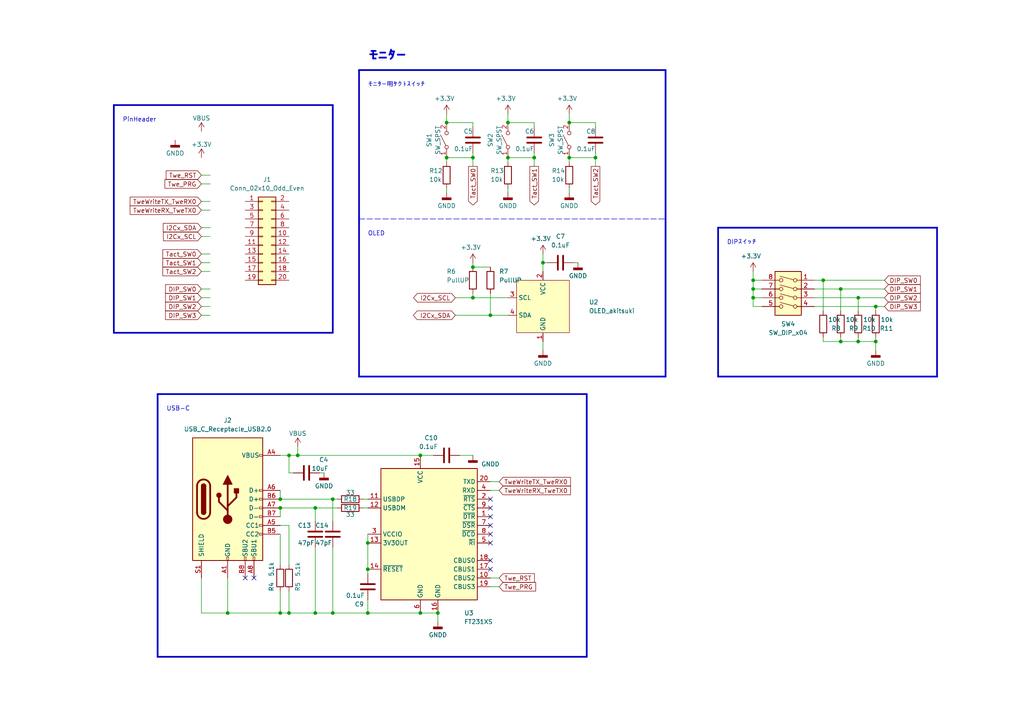
<source format=kicad_sch>
(kicad_sch (version 20230121) (generator eeschema)
  (paper "A4")
  (lib_symbols
    (symbol "Connector:USB_C_Receptacle_USB2.0" (pin_names (offset 1.016))
      (property "Reference" "J4" (at 0 22.86 0))
      (property "Value" "USB_C_Receptacle_USB2.0" (at 0 20.32 0))
      (symbol "USB_C_Receptacle_USB2.0_0_0"
        (rectangle (start -0.254 -17.78) (end 0.254 -16.764))
        (rectangle (start 5.334 -17.78) (end 4.826 -16.764))
        (rectangle (start 7.874 -17.78) (end 7.366 -16.764))
        (rectangle (start 10.16 -9.906) (end 9.144 -10.414))
        (rectangle (start 10.16 -7.366) (end 9.144 -7.874))
        (rectangle (start 10.16 -4.826) (end 9.144 -5.334))
        (rectangle (start 10.16 -2.286) (end 9.144 -2.794))
        (rectangle (start 10.16 0.254) (end 9.144 -0.254))
        (rectangle (start 10.16 2.794) (end 9.144 2.286))
        (rectangle (start 10.16 12.954) (end 9.144 12.446))
      )
      (symbol "USB_C_Receptacle_USB2.0_0_1"
        (rectangle (start -10.16 17.78) (end 10.16 -17.78) (stroke (width 0.254)) (fill (type background)))
        (arc (start -8.89 -3.81) (mid -6.985 -5.7066) (end -5.08 -3.81) (stroke (width 0.508)))
        (arc (start -7.62 -3.81) (mid -6.985 -4.4422) (end -6.35 -3.81) (stroke (width 0.254)))
        (arc (start -7.62 -3.81) (mid -6.985 -4.4422) (end -6.35 -3.81) (stroke (width 0.254)) (fill (type outline)))
        (rectangle (start -7.62 -3.81) (end -6.35 3.81) (stroke (width 0.254)) (fill (type outline)))
        (arc (start -6.35 3.81) (mid -6.985 4.4422) (end -7.62 3.81) (stroke (width 0.254)))
        (arc (start -6.35 3.81) (mid -6.985 4.4422) (end -7.62 3.81) (stroke (width 0.254)) (fill (type outline)))
        (arc (start -5.08 3.81) (mid -6.985 5.7066) (end -8.89 3.81) (stroke (width 0.508)))
        (circle (center -2.54 1.143) (radius 0.635) (stroke (width 0.254)) (fill (type outline)))
        (circle (center 0 -5.842) (radius 1.27) (fill (type outline)))
        (polyline (pts (xy -8.89 -3.81) (xy -8.89 3.81)) (stroke (width 0.508)))
        (polyline (pts (xy -5.08 3.81) (xy -5.08 -3.81)) (stroke (width 0.508)))
        (polyline (pts (xy 0 -5.842) (xy 0 4.318)) (stroke (width 0.508)))
        (polyline (pts (xy 0 -3.302) (xy -2.54 -0.762) (xy -2.54 0.508)) (stroke (width 0.508)))
        (polyline (pts (xy 0 -2.032) (xy 2.54 0.508) (xy 2.54 1.778)) (stroke (width 0.508)))
        (polyline (pts (xy -1.27 4.318) (xy 0 6.858) (xy 1.27 4.318) (xy -1.27 4.318)) (stroke (width 0.254)) (fill (type outline)))
        (rectangle (start 1.905 1.778) (end 3.175 3.048) (stroke (width 0.254)) (fill (type outline)))
      )
      (symbol "USB_C_Receptacle_USB2.0_1_1"
        (pin passive line (at 0 -22.86 90) (length 5.08) (name "GND") (number "A1"))
        (pin passive line (at 0 -22.86 90) (length 5.08) hide (name "GND") (number "A12"))
        (pin passive line (at 15.24 12.7 180) (length 5.08) (name "VBUS") (number "A4"))
        (pin bidirectional line (at 15.24 -7.62 180) (length 5.08) (name "CC1") (number "A5"))
        (pin bidirectional line (at 15.24 2.54 180) (length 5.08) (name "D+") (number "A6"))
        (pin bidirectional line (at 15.24 -2.54 180) (length 5.08) (name "D-") (number "A7"))
        (pin bidirectional line (at 7.62 -22.86 90) (length 5.08) (name "SBU1") (number "A8"))
        (pin passive line (at 15.24 12.7 180) (length 5.08) hide (name "VBUS") (number "A9"))
        (pin passive line (at 0 -22.86 90) (length 5.08) hide (name "GND") (number "B1"))
        (pin passive line (at 0 -22.86 90) (length 5.08) hide (name "GND") (number "B12"))
        (pin passive line (at 15.24 12.7 180) (length 5.08) hide (name "VBUS") (number "B4"))
        (pin bidirectional line (at 15.24 -10.16 180) (length 5.08) (name "CC2") (number "B5"))
        (pin bidirectional line (at 15.24 0 180) (length 5.08) (name "D+") (number "B6"))
        (pin bidirectional line (at 15.24 -5.08 180) (length 5.08) (name "D-") (number "B7"))
        (pin bidirectional line (at 5.08 -22.86 90) (length 5.08) (name "SBU2") (number "B8"))
        (pin passive line (at 15.24 12.7 180) (length 5.08) hide (name "VBUS") (number "B9"))
        (pin passive line (at -7.62 -22.86 90) (length 5.08) (name "SHIELD") (number "S1"))
      )
    )
    (symbol "Connector_Generic:Conn_02x10_Odd_Even" (pin_names (offset 1.016) hide)
      (property "Reference" "J" (at 1.27 12.7 0))
      (property "Value" "Conn_02x10_Odd_Even" (at 1.27 -15.24 0))
      (symbol "Conn_02x10_Odd_Even_1_1"
        (rectangle (start -1.27 -12.573) (end 0 -12.827) (stroke (width 0.1524)))
        (rectangle (start -1.27 -10.033) (end 0 -10.287) (stroke (width 0.1524)))
        (rectangle (start -1.27 -7.493) (end 0 -7.747) (stroke (width 0.1524)))
        (rectangle (start -1.27 -4.953) (end 0 -5.207) (stroke (width 0.1524)))
        (rectangle (start -1.27 -2.413) (end 0 -2.667) (stroke (width 0.1524)))
        (rectangle (start -1.27 0.127) (end 0 -0.127) (stroke (width 0.1524)))
        (rectangle (start -1.27 2.667) (end 0 2.413) (stroke (width 0.1524)))
        (rectangle (start -1.27 5.207) (end 0 4.953) (stroke (width 0.1524)))
        (rectangle (start -1.27 7.747) (end 0 7.493) (stroke (width 0.1524)))
        (rectangle (start -1.27 10.287) (end 0 10.033) (stroke (width 0.1524)))
        (rectangle (start -1.27 11.43) (end 3.81 -13.97) (stroke (width 0.254)) (fill (type background)))
        (rectangle (start 3.81 -12.573) (end 2.54 -12.827) (stroke (width 0.1524)))
        (rectangle (start 3.81 -10.033) (end 2.54 -10.287) (stroke (width 0.1524)))
        (rectangle (start 3.81 -7.493) (end 2.54 -7.747) (stroke (width 0.1524)))
        (rectangle (start 3.81 -4.953) (end 2.54 -5.207) (stroke (width 0.1524)))
        (rectangle (start 3.81 -2.413) (end 2.54 -2.667) (stroke (width 0.1524)))
        (rectangle (start 3.81 0.127) (end 2.54 -0.127) (stroke (width 0.1524)))
        (rectangle (start 3.81 2.667) (end 2.54 2.413) (stroke (width 0.1524)))
        (rectangle (start 3.81 5.207) (end 2.54 4.953) (stroke (width 0.1524)))
        (rectangle (start 3.81 7.747) (end 2.54 7.493) (stroke (width 0.1524)))
        (rectangle (start 3.81 10.287) (end 2.54 10.033) (stroke (width 0.1524)))
        (pin passive line (at -5.08 10.16 0) (length 3.81) (name "Pin_1") (number "1"))
        (pin passive line (at 7.62 0 180) (length 3.81) (name "Pin_10") (number "10"))
        (pin passive line (at -5.08 -2.54 0) (length 3.81) (name "Pin_11") (number "11"))
        (pin passive line (at 7.62 -2.54 180) (length 3.81) (name "Pin_12") (number "12"))
        (pin passive line (at -5.08 -5.08 0) (length 3.81) (name "Pin_13") (number "13"))
        (pin passive line (at 7.62 -5.08 180) (length 3.81) (name "Pin_14") (number "14"))
        (pin passive line (at -5.08 -7.62 0) (length 3.81) (name "Pin_15") (number "15"))
        (pin passive line (at 7.62 -7.62 180) (length 3.81) (name "Pin_16") (number "16"))
        (pin passive line (at -5.08 -10.16 0) (length 3.81) (name "Pin_17") (number "17"))
        (pin passive line (at 7.62 -10.16 180) (length 3.81) (name "Pin_18") (number "18"))
        (pin passive line (at -5.08 -12.7 0) (length 3.81) (name "Pin_19") (number "19"))
        (pin passive line (at 7.62 10.16 180) (length 3.81) (name "Pin_2") (number "2"))
        (pin passive line (at 7.62 -12.7 180) (length 3.81) (name "Pin_20") (number "20"))
        (pin passive line (at -5.08 7.62 0) (length 3.81) (name "Pin_3") (number "3"))
        (pin passive line (at 7.62 7.62 180) (length 3.81) (name "Pin_4") (number "4"))
        (pin passive line (at -5.08 5.08 0) (length 3.81) (name "Pin_5") (number "5"))
        (pin passive line (at 7.62 5.08 180) (length 3.81) (name "Pin_6") (number "6"))
        (pin passive line (at -5.08 2.54 0) (length 3.81) (name "Pin_7") (number "7"))
        (pin passive line (at 7.62 2.54 180) (length 3.81) (name "Pin_8") (number "8"))
        (pin passive line (at -5.08 0 0) (length 3.81) (name "Pin_9") (number "9"))
      )
    )
    (symbol "Device:C" (pin_numbers hide) (pin_names (offset 0.254))
      (property "Reference" "C" (at 0.635 2.54 0))
      (property "Value" "C" (at 0.635 -2.54 0))
      (symbol "C_0_1"
        (polyline (pts (xy -2.032 -0.762) (xy 2.032 -0.762)) (stroke (width 0.508)))
        (polyline (pts (xy -2.032 0.762) (xy 2.032 0.762)) (stroke (width 0.508)))
      )
      (symbol "C_1_1"
        (pin passive line (at 0 3.81 270) (length 2.794) (name "~") (number "1"))
        (pin passive line (at 0 -3.81 90) (length 2.794) (name "~") (number "2"))
      )
    )
    (symbol "Device:R" (pin_numbers hide) (pin_names (offset 0))
      (property "Reference" "R" (at 2.032 0 90))
      (property "Value" "R" (at 0 0 90))
      (symbol "R_0_1"
        (rectangle (start -1.016 -2.54) (end 1.016 2.54) (stroke (width 0.254)))
      )
      (symbol "R_1_1"
        (pin passive line (at 0 3.81 270) (length 1.27) (name "~") (number "1"))
        (pin passive line (at 0 -3.81 90) (length 1.27) (name "~") (number "2"))
      )
    )
    (symbol "Interface_USB:FT231XS"
      (property "Reference" "U3" (at 10.16 -22.86 0))
      (property "Value" "FT231XS" (at 10.16 -25.4 0))
      (symbol "FT231XS_0_1"
        (rectangle (start -13.97 19.05) (end 13.97 -19.05) (stroke (width 0.254)) (fill (type background)))
      )
      (symbol "FT231XS_1_1"
        (pin output line (at 17.78 5.08 180) (length 3.81) (name "~{DTR}") (number "1"))
        (pin bidirectional line (at 17.78 -12.7 180) (length 3.81) (name "CBUS2") (number "10"))
        (pin bidirectional line (at -17.78 10.16 0) (length 3.81) (name "USBDP") (number "11"))
        (pin bidirectional line (at -17.78 7.62 0) (length 3.81) (name "USBDM") (number "12"))
        (pin power_out line (at -17.78 -2.54 0) (length 3.81) (name "3V3OUT") (number "13"))
        (pin input line (at -17.78 -10.16 0) (length 3.81) (name "~{RESET}") (number "14"))
        (pin power_in line (at -2.54 22.86 270) (length 3.81) (name "VCC") (number "15"))
        (pin power_in line (at 2.54 -22.86 90) (length 3.81) (name "GND") (number "16"))
        (pin bidirectional line (at 17.78 -10.16 180) (length 3.81) (name "CBUS1") (number "17"))
        (pin bidirectional line (at 17.78 -7.62 180) (length 3.81) (name "CBUS0") (number "18"))
        (pin bidirectional line (at 17.78 -15.24 180) (length 3.81) (name "CBUS3") (number "19"))
        (pin output line (at 17.78 10.16 180) (length 3.81) (name "~{RTS}") (number "2"))
        (pin output line (at 17.78 15.24 180) (length 3.81) (name "TXD") (number "20"))
        (pin power_in line (at -17.78 0 0) (length 3.81) (name "VCCIO") (number "3"))
        (pin input line (at 17.78 12.7 180) (length 3.81) (name "RXD") (number "4"))
        (pin input line (at 17.78 -2.54 180) (length 3.81) (name "~{RI}") (number "5"))
        (pin power_in line (at -2.54 -22.86 90) (length 3.81) (name "GND") (number "6"))
        (pin input line (at 17.78 2.54 180) (length 3.81) (name "~{DSR}") (number "7"))
        (pin input line (at 17.78 0 180) (length 3.81) (name "~{DCD}") (number "8"))
        (pin input line (at 17.78 7.62 180) (length 3.81) (name "~{CTS}") (number "9"))
      )
    )
    (symbol "OLED_akitsuki_1"
      (property "Reference" "U" (at 3.81 13.97 0))
      (property "Value" "OLED_akitsuki_1" (at 8.89 11.43 0))
      (symbol "OLED_akitsuki_1_0_1"
        (rectangle (start -7.62 7.62) (end 7.62 -7.62) (fill (type background)))
      )
      (symbol "OLED_akitsuki_1_1_1"
        (pin bidirectional line (at 0 -10.16 90) (length 2.54) (name "GND") (number "1"))
        (pin power_in line (at 0 10.16 270) (length 2.54) (name "VCC") (number "2"))
        (pin bidirectional line (at -10.16 2.54 0) (length 2.54) (name "SCL") (number "3"))
        (pin bidirectional line (at -10.16 -2.54 0) (length 2.54) (name "SDA") (number "4"))
      )
    )
    (symbol "Switch:SW_DIP_x04" (pin_names (offset 0) hide)
      (property "Reference" "SW" (at 0 8.89 0))
      (property "Value" "SW_DIP_x04" (at 0 -6.35 0))
      (symbol "SW_DIP_x04_0_0"
        (circle (center -2.032 -2.54) (radius 0.508))
        (circle (center -2.032 0) (radius 0.508))
        (circle (center -2.032 2.54) (radius 0.508))
        (circle (center -2.032 5.08) (radius 0.508))
        (polyline (pts (xy -1.524 -2.3876) (xy 2.3622 -1.3462)))
        (polyline (pts (xy -1.524 0.127) (xy 2.3622 1.1684)))
        (polyline (pts (xy -1.524 2.667) (xy 2.3622 3.7084)))
        (polyline (pts (xy -1.524 5.207) (xy 2.3622 6.2484)))
        (circle (center 2.032 -2.54) (radius 0.508))
        (circle (center 2.032 0) (radius 0.508))
        (circle (center 2.032 2.54) (radius 0.508))
        (circle (center 2.032 5.08) (radius 0.508))
      )
      (symbol "SW_DIP_x04_0_1"
        (rectangle (start -3.81 7.62) (end 3.81 -5.08) (stroke (width 0.254)) (fill (type background)))
      )
      (symbol "SW_DIP_x04_1_1"
        (pin passive line (at -7.62 5.08 0) (length 5.08) (name "~") (number "1"))
        (pin passive line (at -7.62 2.54 0) (length 5.08) (name "~") (number "2"))
        (pin passive line (at -7.62 0 0) (length 5.08) (name "~") (number "3"))
        (pin passive line (at -7.62 -2.54 0) (length 5.08) (name "~") (number "4"))
        (pin passive line (at 7.62 -2.54 180) (length 5.08) (name "~") (number "5"))
        (pin passive line (at 7.62 0 180) (length 5.08) (name "~") (number "6"))
        (pin passive line (at 7.62 2.54 180) (length 5.08) (name "~") (number "7"))
        (pin passive line (at 7.62 5.08 180) (length 5.08) (name "~") (number "8"))
      )
    )
    (symbol "Switch:SW_SPST" (pin_names (offset 0) hide)
      (property "Reference" "SW" (at 0 3.175 0))
      (property "Value" "SW_SPST" (at 0 -2.54 0))
      (symbol "SW_SPST_0_0"
        (circle (center -2.032 0) (radius 0.508))
        (polyline (pts (xy -1.524 0.254) (xy 1.524 1.778)))
        (circle (center 2.032 0) (radius 0.508))
      )
      (symbol "SW_SPST_1_1"
        (pin passive line (at -5.08 0 0) (length 2.54) (name "A") (number "1"))
        (pin passive line (at 5.08 0 180) (length 2.54) (name "B") (number "2"))
      )
    )
    (symbol "power:+3.3V" (power) (pin_names (offset 0))
      (property "Value" "+3.3V" (at 0 3.556 0))
      (symbol "+3.3V_0_1"
        (polyline (pts (xy -0.762 1.27) (xy 0 2.54)))
        (polyline (pts (xy 0 0) (xy 0 2.54)))
        (polyline (pts (xy 0 2.54) (xy 0.762 1.27)))
      )
      (symbol "+3.3V_1_1"
        (pin power_in line (at 0 0 90) (length 0) hide (name "+3.3V") (number "1"))
      )
    )
    (symbol "power:GNDD" (power) (pin_names (offset 0))
      (property "Value" "GNDD" (at 0 -3.175 0))
      (symbol "GNDD_0_1"
        (rectangle (start -1.27 -1.524) (end 1.27 -2.032) (stroke (width 0.254)) (fill (type outline)))
        (polyline (pts (xy 0 0) (xy 0 -1.524)))
      )
      (symbol "GNDD_1_1"
        (pin power_in line (at 0 0 270) (length 0) hide (name "GNDD") (number "1"))
      )
    )
    (symbol "power:VBUS" (power) (pin_names (offset 0))
      (property "Value" "VBUS" (at 0 3.81 0))
      (symbol "VBUS_0_1"
        (polyline (pts (xy -0.762 1.27) (xy 0 2.54)))
        (polyline (pts (xy 0 0) (xy 0 2.54)))
        (polyline (pts (xy 0 2.54) (xy 0.762 1.27)))
      )
      (symbol "VBUS_1_1"
        (pin power_in line (at 0 0 90) (length 0) hide (name "VBUS") (number "1"))
      )
    )
  )
  (junction (at 121.92 132.08))
  (junction (at 66.04 177.8))
  (junction (at 81.28 147.32))
  (junction (at 218.44 83.82))
  (junction (at 121.92 177.8))
  (junction (at 106.68 177.8))
  (junction (at 81.28 177.8))
  (junction (at 248.92 86.36))
  (junction (at 83.82 132.08))
  (junction (at 243.84 99.06))
  (junction (at 106.68 165.1))
  (junction (at 137.16 86.36))
  (junction (at 243.84 83.82))
  (junction (at 248.92 99.06))
  (junction (at 129.54 35.56))
  (junction (at 127 177.8))
  (junction (at 142.24 91.44))
  (junction (at 218.44 81.28))
  (junction (at 154.94 45.72))
  (junction (at 165.1 35.56))
  (junction (at 106.68 157.48))
  (junction (at 96.52 144.78))
  (junction (at 254 88.9))
  (junction (at 91.44 177.8))
  (junction (at 165.1 45.72))
  (junction (at 86.36 132.08))
  (junction (at 81.28 144.78))
  (junction (at 137.16 77.47))
  (junction (at 91.44 147.32))
  (junction (at 147.32 45.72))
  (junction (at 157.48 76.2))
  (junction (at 218.44 86.36))
  (junction (at 83.82 177.8))
  (junction (at 238.76 81.28))
  (junction (at 254 99.06))
  (junction (at 96.52 177.8))
  (junction (at 129.54 45.72))
  (junction (at 147.32 35.56))
  (junction (at 137.16 45.72))
  (junction (at 172.72 45.72))
  (no_connect (at 142.24 144.78))
  (no_connect (at 142.24 162.56))
  (no_connect (at 71.12 167.64))
  (no_connect (at 142.24 149.86))
  (no_connect (at 142.24 157.48))
  (no_connect (at 142.24 147.32))
  (no_connect (at 142.24 154.94))
  (no_connect (at 142.24 165.1))
  (no_connect (at 73.66 167.64))
  (no_connect (at 142.24 152.4))
  (wire (pts (xy 218.44 81.28) (xy 218.44 83.82)))
  (wire (pts (xy 142.24 85.09) (xy 142.24 91.44)))
  (wire (pts (xy 254 88.9) (xy 256.54 88.9)))
  (wire (pts (xy 96.52 144.78) (xy 97.79 144.78)))
  (wire (pts (xy 172.72 35.56) (xy 165.1 35.56)))
  (wire (pts (xy 129.54 55.88) (xy 129.54 54.61)))
  (wire (pts (xy 218.44 86.36) (xy 218.44 83.82)))
  (wire (pts (xy 83.82 152.4) (xy 83.82 163.83)))
  (wire (pts (xy 132.08 91.44) (xy 142.24 91.44)))
  (wire (pts (xy 157.48 76.2) (xy 158.75 76.2)))
  (wire (pts (xy 238.76 99.06) (xy 238.76 97.79)))
  (wire (pts (xy 81.28 149.86) (xy 81.28 147.32)))
  (wire (pts (xy 58.42 66.04) (xy 60.96 66.04)))
  (wire (pts (xy 154.94 35.56) (xy 154.94 36.83)))
  (wire (pts (xy 129.54 33.02) (xy 129.54 35.56)))
  (wire (pts (xy 154.94 45.72) (xy 154.94 44.45)))
  (polyline (pts (xy 104.14 20.32) (xy 193.04 20.32)) (stroke (width 0.5) (type solid)))
  (wire (pts (xy 236.22 83.82) (xy 243.84 83.82)))
  (wire (pts (xy 137.16 35.56) (xy 137.16 36.83)))
  (wire (pts (xy 218.44 81.28) (xy 220.98 81.28)))
  (wire (pts (xy 106.68 154.94) (xy 106.68 157.48)))
  (wire (pts (xy 58.42 83.82) (xy 60.96 83.82)))
  (wire (pts (xy 144.78 142.24) (xy 142.24 142.24)))
  (wire (pts (xy 81.28 152.4) (xy 83.82 152.4)))
  (wire (pts (xy 254 99.06) (xy 248.92 99.06)))
  (wire (pts (xy 157.48 73.66) (xy 157.48 76.2)))
  (wire (pts (xy 236.22 81.28) (xy 238.76 81.28)))
  (wire (pts (xy 137.16 45.72) (xy 137.16 44.45)))
  (wire (pts (xy 91.44 158.75) (xy 91.44 177.8)))
  (wire (pts (xy 172.72 45.72) (xy 172.72 48.26)))
  (wire (pts (xy 254 99.06) (xy 254 97.79)))
  (polyline (pts (xy 193.04 109.22) (xy 193.04 20.32)) (stroke (width 0.5) (type solid)))
  (wire (pts (xy 66.04 167.64) (xy 66.04 177.8)))
  (wire (pts (xy 58.42 58.42) (xy 60.96 58.42)))
  (wire (pts (xy 85.09 137.16) (xy 83.82 137.16)))
  (wire (pts (xy 58.42 86.36) (xy 60.96 86.36)))
  (wire (pts (xy 236.22 86.36) (xy 248.92 86.36)))
  (wire (pts (xy 243.84 90.17) (xy 243.84 83.82)))
  (wire (pts (xy 137.16 35.56) (xy 129.54 35.56)))
  (wire (pts (xy 142.24 170.18) (xy 144.78 170.18)))
  (wire (pts (xy 154.94 45.72) (xy 147.32 45.72)))
  (wire (pts (xy 243.84 99.06) (xy 243.84 97.79)))
  (polyline (pts (xy 45.72 114.3) (xy 170.18 114.3)) (stroke (width 0.5) (type solid)))
  (wire (pts (xy 83.82 177.8) (xy 91.44 177.8)))
  (polyline (pts (xy 104.14 20.32) (xy 104.14 109.22)) (stroke (width 0.5) (type solid)))
  (wire (pts (xy 147.32 55.88) (xy 147.32 54.61)))
  (polyline (pts (xy 45.72 190.5) (xy 45.72 114.3)) (stroke (width 0.5) (type solid)))
  (wire (pts (xy 58.42 91.44) (xy 60.96 91.44)))
  (wire (pts (xy 165.1 45.72) (xy 165.1 46.99)))
  (wire (pts (xy 58.42 88.9) (xy 60.96 88.9)))
  (polyline (pts (xy 104.14 63.5) (xy 193.04 63.5)) (stroke (width 0) (type dash)))
  (polyline (pts (xy 33.02 96.52) (xy 96.52 96.52)) (stroke (width 0.5) (type solid)))
  (wire (pts (xy 60.96 53.34) (xy 58.42 53.34)))
  (wire (pts (xy 220.98 88.9) (xy 218.44 88.9)))
  (wire (pts (xy 157.48 76.2) (xy 157.48 78.74)))
  (polyline (pts (xy 96.52 96.52) (xy 96.52 30.48)) (stroke (width 0.5) (type solid)))
  (wire (pts (xy 81.28 132.08) (xy 83.82 132.08)))
  (wire (pts (xy 121.92 177.8) (xy 106.68 177.8)))
  (wire (pts (xy 154.94 35.56) (xy 147.32 35.56)))
  (wire (pts (xy 243.84 99.06) (xy 238.76 99.06)))
  (wire (pts (xy 91.44 147.32) (xy 97.79 147.32)))
  (wire (pts (xy 142.24 167.64) (xy 144.78 167.64)))
  (wire (pts (xy 165.1 33.02) (xy 165.1 35.56)))
  (wire (pts (xy 58.42 78.74) (xy 60.96 78.74)))
  (polyline (pts (xy 170.18 190.5) (xy 170.18 114.3)) (stroke (width 0.5) (type solid)))
  (polyline (pts (xy 33.02 30.48) (xy 96.52 30.48)) (stroke (width 0.5) (type solid)))
  (wire (pts (xy 93.98 137.16) (xy 92.71 137.16)))
  (wire (pts (xy 248.92 86.36) (xy 256.54 86.36)))
  (wire (pts (xy 91.44 177.8) (xy 96.52 177.8)))
  (wire (pts (xy 83.82 171.45) (xy 83.82 177.8)))
  (wire (pts (xy 106.68 173.99) (xy 106.68 177.8)))
  (wire (pts (xy 83.82 132.08) (xy 83.82 137.16)))
  (polyline (pts (xy 208.28 109.22) (xy 208.28 66.04)) (stroke (width 0.5) (type solid)))
  (wire (pts (xy 127 180.34) (xy 127 177.8)))
  (polyline (pts (xy 208.28 66.04) (xy 271.78 66.04)) (stroke (width 0.5) (type solid)))
  (wire (pts (xy 248.92 86.36) (xy 248.92 90.17)))
  (wire (pts (xy 137.16 86.36) (xy 147.32 86.36)))
  (wire (pts (xy 172.72 45.72) (xy 165.1 45.72)))
  (wire (pts (xy 137.16 45.72) (xy 137.16 48.26)))
  (wire (pts (xy 218.44 88.9) (xy 218.44 86.36)))
  (wire (pts (xy 129.54 45.72) (xy 129.54 46.99)))
  (wire (pts (xy 58.42 60.96) (xy 60.96 60.96)))
  (polyline (pts (xy 104.14 109.22) (xy 193.04 109.22)) (stroke (width 0.5) (type solid)))
  (wire (pts (xy 96.52 177.8) (xy 106.68 177.8)))
  (wire (pts (xy 106.68 144.78) (xy 105.41 144.78)))
  (polyline (pts (xy 33.02 96.52) (xy 33.02 30.48)) (stroke (width 0.5) (type solid)))
  (wire (pts (xy 86.36 129.54) (xy 86.36 132.08)))
  (wire (pts (xy 157.48 99.06) (xy 157.48 101.6)))
  (polyline (pts (xy 271.78 109.22) (xy 271.78 66.04)) (stroke (width 0.5) (type solid)))
  (wire (pts (xy 154.94 45.72) (xy 154.94 48.26)))
  (wire (pts (xy 137.16 45.72) (xy 129.54 45.72)))
  (wire (pts (xy 254 88.9) (xy 254 90.17)))
  (wire (pts (xy 81.28 144.78) (xy 96.52 144.78)))
  (wire (pts (xy 96.52 158.75) (xy 96.52 177.8)))
  (wire (pts (xy 127 177.8) (xy 121.92 177.8)))
  (polyline (pts (xy 208.28 109.22) (xy 271.78 109.22)) (stroke (width 0.5) (type solid)))
  (wire (pts (xy 105.41 147.32) (xy 106.68 147.32)))
  (wire (pts (xy 106.68 157.48) (xy 106.68 165.1)))
  (wire (pts (xy 248.92 99.06) (xy 248.92 97.79)))
  (wire (pts (xy 58.42 76.2) (xy 60.96 76.2)))
  (wire (pts (xy 238.76 81.28) (xy 256.54 81.28)))
  (wire (pts (xy 137.16 76.2) (xy 137.16 77.47)))
  (wire (pts (xy 147.32 33.02) (xy 147.32 35.56)))
  (wire (pts (xy 142.24 91.44) (xy 147.32 91.44)))
  (wire (pts (xy 86.36 132.08) (xy 83.82 132.08)))
  (wire (pts (xy 58.42 73.66) (xy 60.96 73.66)))
  (wire (pts (xy 172.72 35.56) (xy 172.72 36.83)))
  (wire (pts (xy 243.84 83.82) (xy 256.54 83.82)))
  (wire (pts (xy 58.42 68.58) (xy 60.96 68.58)))
  (wire (pts (xy 166.37 76.2) (xy 167.64 76.2)))
  (wire (pts (xy 236.22 88.9) (xy 254 88.9)))
  (wire (pts (xy 144.78 139.7) (xy 142.24 139.7)))
  (wire (pts (xy 83.82 177.8) (xy 81.28 177.8)))
  (wire (pts (xy 254 101.6) (xy 254 99.06)))
  (wire (pts (xy 137.16 85.09) (xy 137.16 86.36)))
  (wire (pts (xy 121.92 132.08) (xy 125.73 132.08)))
  (wire (pts (xy 91.44 147.32) (xy 91.44 151.13)))
  (wire (pts (xy 137.16 77.47) (xy 142.24 77.47)))
  (wire (pts (xy 58.42 167.64) (xy 58.42 177.8)))
  (wire (pts (xy 248.92 99.06) (xy 243.84 99.06)))
  (wire (pts (xy 81.28 154.94) (xy 81.28 163.83)))
  (wire (pts (xy 58.42 177.8) (xy 66.04 177.8)))
  (wire (pts (xy 81.28 171.45) (xy 81.28 177.8)))
  (wire (pts (xy 96.52 144.78) (xy 96.52 151.13)))
  (wire (pts (xy 218.44 83.82) (xy 220.98 83.82)))
  (wire (pts (xy 106.68 165.1) (xy 106.68 166.37)))
  (wire (pts (xy 147.32 45.72) (xy 147.32 46.99)))
  (polyline (pts (xy 45.72 190.5) (xy 170.18 190.5)) (stroke (width 0.5) (type solid)))
  (wire (pts (xy 81.28 142.24) (xy 81.28 144.78)))
  (wire (pts (xy 238.76 81.28) (xy 238.76 90.17)))
  (wire (pts (xy 218.44 78.74) (xy 218.44 81.28)))
  (wire (pts (xy 66.04 177.8) (xy 81.28 177.8)))
  (wire (pts (xy 218.44 86.36) (xy 220.98 86.36)))
  (wire (pts (xy 172.72 45.72) (xy 172.72 44.45)))
  (wire (pts (xy 86.36 132.08) (xy 121.92 132.08)))
  (wire (pts (xy 60.96 50.8) (xy 58.42 50.8)))
  (wire (pts (xy 165.1 55.88) (xy 165.1 54.61)))
  (wire (pts (xy 133.35 132.08) (xy 137.16 132.08)))
  (wire (pts (xy 132.08 86.36) (xy 137.16 86.36)))
  (wire (pts (xy 81.28 147.32) (xy 91.44 147.32)))
  (text "モニター" (at 106.68 17.78 0) (effects (font (size 2.54 2.54) (thickness 0.508) bold) (justify left bottom)))
  (text "DIPスイッチ" (at 210.82 71.12 0) (effects (font (size 1.27 1.27)) (justify left bottom)))
  (text "モニター用タクトスイッチ" (at 106.68 25.4 0) (effects (font (size 1.27 1.27)) (justify left bottom)))
  (text "OLED" (at 106.68 68.58 0) (effects (font (size 1.27 1.27)) (justify left bottom)))
  (text "PinHeader" (at 35.56 35.56 0) (effects (font (size 1.27 1.27)) (justify left bottom)))
  (text "USB-C" (at 48.26 119.38 0) (effects (font (size 1.27 1.27)) (justify left bottom)))
  (global_label "DIP_SW3" (shape input) (at 256.54 88.9 0) (property "Intersheetrefs" "${INTERSHEET_REFS}" (effects hide)))
  (global_label "Tact_SW2" (shape output) (at 172.72 48.26 270) (property "Intersheetrefs" "${INTERSHEET_REFS}" (effects hide)))
  (global_label "I2Cx_SDA" (shape input) (at 58.42 66.04 180) (property "Intersheetrefs" "${INTERSHEET_REFS}" (effects hide)))
  (global_label "I2Cx_SDA" (shape bidirectional) (at 132.08 91.44 180) (property "Intersheetrefs" "${INTERSHEET_REFS}" (effects hide)))
  (global_label "Tact_SW1" (shape output) (at 154.94 48.26 270) (property "Intersheetrefs" "${INTERSHEET_REFS}" (effects hide)))
  (global_label "TweWriteRX_TweTX0" (shape input) (at 144.78 142.24 0) (property "Intersheetrefs" "${INTERSHEET_REFS}" (effects hide)))
  (global_label "Tact_SW0" (shape output) (at 137.16 48.26 270) (property "Intersheetrefs" "${INTERSHEET_REFS}" (effects hide)))
  (global_label "Tact_SW2" (shape input) (at 58.42 78.74 180) (property "Intersheetrefs" "${INTERSHEET_REFS}" (effects hide)))
  (global_label "I2Cx_SCL" (shape bidirectional) (at 132.08 86.36 180) (property "Intersheetrefs" "${INTERSHEET_REFS}" (effects hide)))
  (global_label "DIP_SW0" (shape input) (at 58.42 83.82 180) (property "Intersheetrefs" "${INTERSHEET_REFS}" (effects hide)))
  (global_label "Tact_SW1" (shape input) (at 58.42 76.2 180) (property "Intersheetrefs" "${INTERSHEET_REFS}" (effects hide)))
  (global_label "TweWriteRX_TweTX0" (shape input) (at 58.42 60.96 180) (property "Intersheetrefs" "${INTERSHEET_REFS}" (effects hide)))
  (global_label "I2Cx_SCL" (shape input) (at 58.42 68.58 180) (property "Intersheetrefs" "${INTERSHEET_REFS}" (effects hide)))
  (global_label "Twe_PRG" (shape input) (at 58.42 53.34 180) (property "Intersheetrefs" "${INTERSHEET_REFS}" (effects hide)))
  (global_label "Tact_SW0" (shape input) (at 58.42 73.66 180) (property "Intersheetrefs" "${INTERSHEET_REFS}" (effects hide)))
  (global_label "Twe_PRG" (shape input) (at 144.78 170.18 0) (property "Intersheetrefs" "${INTERSHEET_REFS}" (effects hide)))
  (global_label "DIP_SW1" (shape input) (at 58.42 86.36 180) (property "Intersheetrefs" "${INTERSHEET_REFS}" (effects hide)))
  (global_label "TweWriteTX_TweRX0" (shape input) (at 144.78 139.7 0) (property "Intersheetrefs" "${INTERSHEET_REFS}" (effects hide)))
  (global_label "DIP_SW0" (shape input) (at 256.54 81.28 0) (property "Intersheetrefs" "${INTERSHEET_REFS}" (effects hide)))
  (global_label "DIP_SW3" (shape input) (at 58.42 91.44 180) (property "Intersheetrefs" "${INTERSHEET_REFS}" (effects hide)))
  (global_label "DIP_SW2" (shape input) (at 58.42 88.9 180) (property "Intersheetrefs" "${INTERSHEET_REFS}" (effects hide)))
  (global_label "DIP_SW2" (shape input) (at 256.54 86.36 0) (property "Intersheetrefs" "${INTERSHEET_REFS}" (effects hide)))
  (global_label "DIP_SW1" (shape input) (at 256.54 83.82 0) (property "Intersheetrefs" "${INTERSHEET_REFS}" (effects hide)))
  (global_label "TweWriteTX_TweRX0" (shape input) (at 58.42 58.42 180) (property "Intersheetrefs" "${INTERSHEET_REFS}" (effects hide)))
  (global_label "Twe_RST" (shape input) (at 144.78 167.64 0) (property "Intersheetrefs" "${INTERSHEET_REFS}" (effects hide)))
  (global_label "Twe_RST" (shape input) (at 58.42 50.8 180) (property "Intersheetrefs" "${INTERSHEET_REFS}" (effects hide)))
  (symbol (lib_id "Device:R") (at 101.6 147.32 270) (unit 1)
    (property "Reference" "R19" (at 101.6 147.32 90))
    (property "Value" "33" (at 101.6 149.225 90))
    (property "Footprint" "Resistor_SMD:R_0603_1608Metric" (effects hide))
  )
  (symbol (lib_id "power:GNDD") (at 93.98 137.16 0) (unit 1)
    (property "Reference" "#PWR04" (effects hide))
    (property "Value" "GNDD" (at 93.98 140.97 0))
  )
  (symbol (lib_id "power:+3.3V") (at 157.48 73.66 0) (unit 1)
    (property "Reference" "#PWR09" (effects hide))
    (property "Value" "+3.3V" (at 156.845 69.215 0))
  )
  (symbol (lib_id "Device:C") (at 154.94 40.64 0) (mirror y) (unit 1)
    (property "Reference" "C6" (at 154.94 38.1 0) (effects (justify left)))
    (property "Value" "0.1uF" (at 154.94 43.18 0) (effects (justify left)))
    (property "Footprint" "Capacitor_SMD:C_0402_1005Metric" (effects hide))
  )
  (symbol (lib_id "power:+3.3V") (at 58.42 45.72 0) (mirror y) (unit 1)
    (property "Reference" "#PWR014" (effects hide))
    (property "Value" "+3.3V" (at 58.42 41.91 0))
  )
  (symbol (lib_id "Device:C") (at 106.68 170.18 0) (mirror x) (unit 1)
    (property "Reference" "C9" (at 102.87 175.26 0) (effects (justify left)))
    (property "Value" "0.1uF" (at 100.33 172.72 0) (effects (justify left)))
    (property "Footprint" "Capacitor_SMD:C_0402_1005Metric" (effects hide))
  )
  (symbol (lib_id "Device:C") (at 172.72 40.64 0) (mirror y) (unit 1)
    (property "Reference" "C8" (at 172.72 38.1 0) (effects (justify left)))
    (property "Value" "0.1uF" (at 172.72 43.18 0) (effects (justify left)))
    (property "Footprint" "Capacitor_SMD:C_0402_1005Metric" (effects hide))
  )
  (symbol (lib_id "Interface_USB:FT231XS") (at 124.46 154.94 0) (unit 1)
    (property "Reference" "U3" (at 134.62 177.8 0) (effects (justify left)))
    (property "Value" "FT231XS" (at 134.62 180.34 0) (effects (justify left)))
    (property "Footprint" "Package_SO:SSOP-20_3.9x8.7mm_P0.635mm" (effects hide))
    (property "Datasheet" "https://www.ftdichip.com/Support/Documents/DataSheets/ICs/DS_FT231X.pdf" (effects hide))
  )
  (symbol (lib_id "power:GNDD") (at 50.8 40.64 0) (unit 1)
    (property "Reference" "#PWR021" (effects hide))
    (property "Value" "GNDD" (at 50.8 44.45 0))
  )
  (symbol (lib_id "Device:C") (at 129.54 132.08 90) (mirror x) (unit 1)
    (property "Reference" "C10" (at 127 127 90) (effects (justify left)))
    (property "Value" "0.1uF" (at 127 129.54 90) (effects (justify left)))
    (property "Footprint" "Capacitor_SMD:C_0402_1005Metric" (effects hide))
  )
  (symbol (lib_id "power:GNDD") (at 157.48 101.6 0) (unit 1)
    (property "Reference" "#PWR010" (effects hide))
    (property "Value" "GNDD" (at 157.48 105.41 0))
  )
  (symbol (lib_id "power:+3.3V") (at 129.54 33.02 0) (unit 1)
    (property "Reference" "#PWR06" (effects hide))
    (property "Value" "+3.3V" (at 128.905 28.575 0))
  )
  (symbol (lib_id "Device:R") (at 147.32 50.8 0) (unit 1)
    (property "Reference" "R13" (at 142.24 49.53 0) (effects (justify left)))
    (property "Value" "10k" (at 142.24 52.07 0) (effects (justify left)))
    (property "Footprint" "Resistor_SMD:R_0402_1005Metric" (effects hide))
  )
  (symbol (lib_id "power:VBUS") (at 86.36 129.54 0) (unit 1)
    (property "Reference" "#PWR03" (effects hide))
    (property "Value" "VBUS" (at 86.36 125.73 0))
  )
  (symbol (lib_id "Device:R") (at 101.6 144.78 270) (mirror x) (unit 1)
    (property "Reference" "R18" (at 101.6 144.78 90))
    (property "Value" "33" (at 101.6 142.875 90))
    (property "Footprint" "Resistor_SMD:R_0603_1608Metric" (effects hide))
  )
  (symbol (lib_id "power:+3.3V") (at 147.32 33.02 0) (unit 1)
    (property "Reference" "#PWR08" (effects hide))
    (property "Value" "+3.3V" (at 146.685 28.575 0))
  )
  (symbol (lib_id "Device:R") (at 248.92 93.98 180) (unit 1)
    (property "Reference" "R10" (at 254 95.25 0) (effects (justify left)))
    (property "Value" "10k" (at 254 92.71 0) (effects (justify left)))
    (property "Footprint" "Resistor_SMD:R_0402_1005Metric" (effects hide))
  )
  (symbol (lib_id "Switch:SW_DIP_x04") (at 228.6 86.36 0) (mirror y) (unit 1)
    (property "Reference" "SW4" (at 228.6 93.98 0))
    (property "Value" "SW_DIP_x04" (at 228.6 96.52 0))
    (property "Footprint" "Button_Switch_SMD:SW_DIP_SPSTx04_Slide_Copal_CHS-04B_W7.62mm_P1.27mm" (effects hide))
  )
  (symbol (lib_id "Device:C") (at 91.44 154.94 0) (unit 1)
    (property "Reference" "C13" (at 86.36 152.4 0) (effects (justify left)))
    (property "Value" "47pF" (at 86.36 157.48 0) (effects (justify left)))
    (property "Footprint" "Capacitor_SMD:C_0603_1608Metric" (effects hide))
  )
  (symbol (lib_id "power:+3.3V") (at 165.1 33.02 0) (unit 1)
    (property "Reference" "#PWR011" (effects hide))
    (property "Value" "+3.3V" (at 164.465 28.575 0))
  )
  (symbol (lib_id "power:GNDD") (at 129.54 55.88 0) (unit 1)
    (property "Reference" "#PWR017" (effects hide))
    (property "Value" "GNDD" (at 129.54 59.69 0))
  )
  (symbol (lib_id "Device:C") (at 162.56 76.2 90) (unit 1)
    (property "Reference" "C7" (at 162.56 68.58 90))
    (property "Value" "0.1uF" (at 162.56 71.12 90))
    (property "Footprint" "Capacitor_SMD:C_0402_1005Metric" (effects hide))
  )
  (symbol (lib_id "power:GNDD") (at 165.1 55.88 0) (unit 1)
    (property "Reference" "#PWR019" (effects hide))
    (property "Value" "GNDD" (at 165.1 59.69 0))
  )
  (symbol (lib_id "Connector:USB_C_Receptacle_USB2.0") (at 66.04 144.78 0) (unit 1)
    (property "Reference" "J2" (at 66.04 121.92 0))
    (property "Value" "USB_C_Receptacle_USB2.0" (at 66.04 124.46 0))
    (property "Footprint" "Connector_USB:USB_C_Receptacle_G-Switch_GT-USB-7010ASV" (effects hide))
    (property "Datasheet" "https://www.usb.org/sites/default/files/documents/usb_type-c.zip" (effects hide))
  )
  (symbol (lib_id "Device:R") (at 238.76 93.98 180) (unit 1)
    (property "Reference" "R8" (at 243.84 95.25 0) (effects (justify left)))
    (property "Value" "10k" (at 243.84 92.71 0) (effects (justify left)))
    (property "Footprint" "Resistor_SMD:R_0402_1005Metric" (effects hide))
  )
  (symbol (lib_id "Device:R") (at 137.16 81.28 0) (unit 1)
    (property "Reference" "R6" (at 129.54 78.74 0) (effects (justify left)))
    (property "Value" "PullUP" (at 129.54 81.28 0) (effects (justify left)))
    (property "Footprint" "Resistor_SMD:R_0603_1608Metric_Pad0.98x0.95mm_HandSolder" (effects hide))
  )
  (symbol (lib_id "power:GNDD") (at 127 180.34 0) (unit 1)
    (property "Reference" "#PWR020" (effects hide))
    (property "Value" "GNDD" (at 127 184.15 0))
  )
  (symbol (lib_id "Switch:SW_SPST") (at 129.54 40.64 90) (unit 1)
    (property "Reference" "SW1" (at 124.46 40.64 0))
    (property "Value" "SW_SPST" (at 127 40.64 0))
    (property "Footprint" "Button_Switch_SMD:SW_SPST_Omron_B3FS-100xP" (effects hide))
  )
  (symbol (lib_id "Device:R") (at 243.84 93.98 180) (unit 1)
    (property "Reference" "R9" (at 248.92 95.25 0) (effects (justify left)))
    (property "Value" "10k" (at 248.92 92.71 0) (effects (justify left)))
    (property "Footprint" "Resistor_SMD:R_0402_1005Metric" (effects hide))
  )
  (symbol (lib_id "power:GNDD") (at 254 101.6 0) (unit 1)
    (property "Reference" "#PWR016" (effects hide))
    (property "Value" "GNDD" (at 254 105.41 0))
  )
  (symbol (lib_id "Switch:SW_SPST") (at 147.32 40.64 90) (unit 1)
    (property "Reference" "SW2" (at 142.24 40.64 0))
    (property "Value" "SW_SPST" (at 144.78 40.64 0))
    (property "Footprint" "Button_Switch_SMD:SW_SPST_Omron_B3FS-100xP" (effects hide))
  )
  (symbol (lib_id "Device:R") (at 81.28 167.64 180) (unit 1)
    (property "Reference" "R4" (at 78.74 170.18 90))
    (property "Value" "5.1k" (at 78.74 165.1 90))
    (property "Footprint" "Resistor_SMD:R_0402_1005Metric" (effects hide))
  )
  (symbol (lib_id "power:GNDD") (at 147.32 55.88 0) (unit 1)
    (property "Reference" "#PWR018" (effects hide))
    (property "Value" "GNDD" (at 147.32 59.69 0))
  )
  (symbol (lib_id "Device:R") (at 165.1 50.8 0) (unit 1)
    (property "Reference" "R14" (at 160.02 49.53 0) (effects (justify left)))
    (property "Value" "10k" (at 160.02 52.07 0) (effects (justify left)))
    (property "Footprint" "Resistor_SMD:R_0402_1005Metric" (effects hide))
  )
  (symbol (lib_id "power:GNDD") (at 167.64 76.2 0) (unit 1)
    (property "Reference" "#PWR012" (effects hide))
    (property "Value" "GNDD" (at 167.64 80.01 0))
  )
  (symbol (lib_id "Device:C") (at 96.52 154.94 0) (unit 1)
    (property "Reference" "C14" (at 91.44 152.4 0) (effects (justify left)))
    (property "Value" "47pF" (at 91.44 157.48 0) (effects (justify left)))
    (property "Footprint" "Capacitor_SMD:C_0603_1608Metric" (effects hide))
  )
  (symbol (lib_id "power:VBUS") (at 58.42 38.1 0) (unit 1)
    (property "Reference" "#PWR013" (effects hide))
    (property "Value" "VBUS" (at 58.42 34.29 0))
  )
  (symbol (lib_id "Device:C") (at 137.16 40.64 0) (mirror y) (unit 1)
    (property "Reference" "C5" (at 137.16 38.1 0) (effects (justify left)))
    (property "Value" "0.1uF" (at 137.16 43.18 0) (effects (justify left)))
    (property "Footprint" "Capacitor_SMD:C_0402_1005Metric" (effects hide))
  )
  (symbol (lib_name "OLED_akitsuki_1") (lib_id "Display:OLED_akitsuki") (at 157.48 88.9 0) (unit 1)
    (property "Reference" "U2" (at 170.815 87.6299 0) (effects (justify left)))
    (property "Value" "OLED_akitsuki" (at 170.815 90.1699 0) (effects (justify left)))
    (property "Footprint" "Display_akitsuki:128×64_OLED_White" (effects hide))
  )
  (symbol (lib_id "power:+3.3V") (at 137.16 76.2 0) (unit 1)
    (property "Reference" "#PWR07" (effects hide))
    (property "Value" "+3.3V" (at 136.525 71.755 0))
  )
  (symbol (lib_id "Switch:SW_SPST") (at 165.1 40.64 90) (unit 1)
    (property "Reference" "SW3" (at 160.02 40.64 0))
    (property "Value" "SW_SPST" (at 162.56 40.64 0))
    (property "Footprint" "Button_Switch_SMD:SW_SPST_Omron_B3FS-100xP" (effects hide))
  )
  (symbol (lib_id "power:GNDD") (at 137.16 132.08 0) (unit 1)
    (property "Reference" "#PWR022" (effects hide))
    (property "Value" "GNDD" (at 142.24 134.62 0))
  )
  (symbol (lib_id "Device:R") (at 83.82 167.64 0) (mirror x) (unit 1)
    (property "Reference" "R5" (at 86.36 170.18 90))
    (property "Value" "5.1k" (at 86.36 165.1 90))
    (property "Footprint" "Resistor_SMD:R_0402_1005Metric" (effects hide))
  )
  (symbol (lib_id "Connector_Generic:Conn_02x10_Odd_Even") (at 76.2 68.58 0) (unit 1)
    (property "Reference" "J1" (at 77.47 52.07 0))
    (property "Value" "Conn_02x10_Odd_Even" (at 77.47 54.61 0))
    (property "Footprint" "Connector_PinHeader_1.27mm:PinHeader_2x10_P1.27mm_Vertical" (effects hide))
  )
  (symbol (lib_id "power:+3.3V") (at 218.44 78.74 0) (unit 1)
    (property "Reference" "#PWR015" (effects hide))
    (property "Value" "+3.3V" (at 217.805 74.295 0))
  )
  (symbol (lib_id "Device:C") (at 88.9 137.16 270) (mirror x) (unit 1)
    (property "Reference" "C4" (at 95.25 133.35 90) (effects (justify right)))
    (property "Value" "10uF" (at 95.25 135.89 90) (effects (justify right)))
    (property "Footprint" "Capacitor_SMD:C_0805_2012Metric" (effects hide))
  )
  (symbol (lib_id "Device:R") (at 142.24 81.28 0) (unit 1)
    (property "Reference" "R7" (at 144.78 78.74 0) (effects (justify left)))
    (property "Value" "PullUP" (at 144.78 81.28 0) (effects (justify left)))
    (property "Footprint" "Resistor_SMD:R_0603_1608Metric_Pad0.98x0.95mm_HandSolder" (effects hide))
  )
  (symbol (lib_id "Device:R") (at 129.54 50.8 0) (unit 1)
    (property "Reference" "R12" (at 124.46 49.53 0) (effects (justify left)))
    (property "Value" "10k" (at 124.46 52.07 0) (effects (justify left)))
    (property "Footprint" "Resistor_SMD:R_0402_1005Metric" (effects hide))
  )
  (symbol (lib_id "Device:R") (at 254 93.98 180) (unit 1)
    (property "Reference" "R11" (at 259.08 95.25 0) (effects (justify left)))
    (property "Value" "10k" (at 259.08 92.71 0) (effects (justify left)))
    (property "Footprint" "Resistor_SMD:R_0402_1005Metric" (effects hide))
  )
)
</source>
